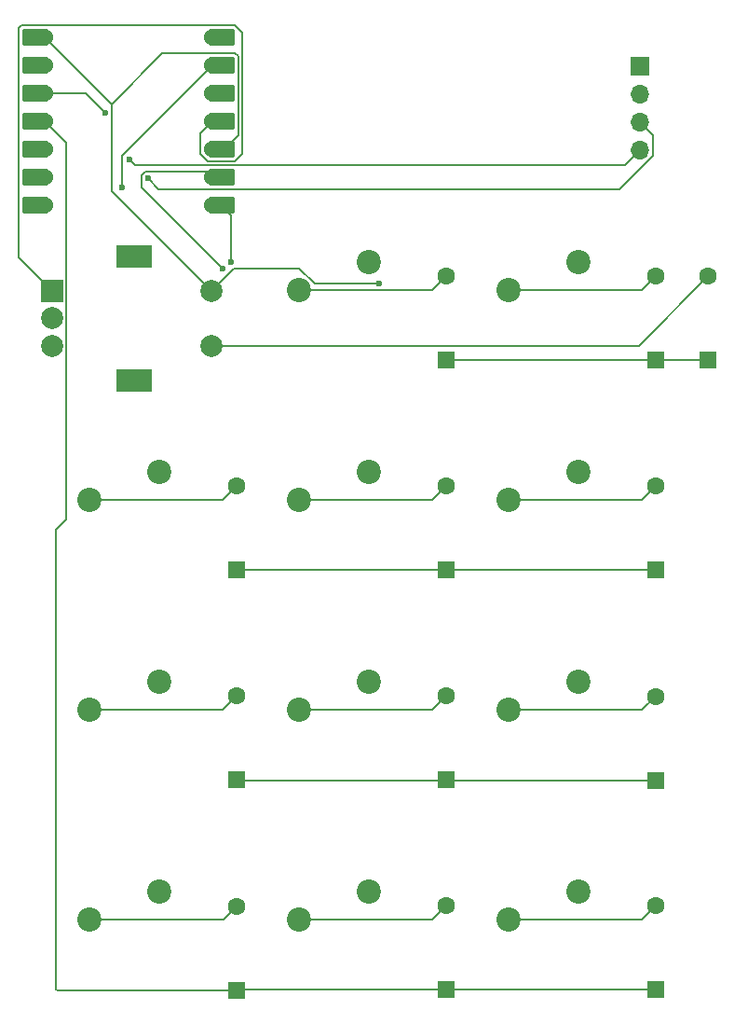
<source format=gbr>
%TF.GenerationSoftware,KiCad,Pcbnew,9.0.2*%
%TF.CreationDate,2025-06-30T11:38:54+08:00*%
%TF.ProjectId,flamepad,666c616d-6570-4616-942e-6b696361645f,rev?*%
%TF.SameCoordinates,Original*%
%TF.FileFunction,Copper,L1,Top*%
%TF.FilePolarity,Positive*%
%FSLAX46Y46*%
G04 Gerber Fmt 4.6, Leading zero omitted, Abs format (unit mm)*
G04 Created by KiCad (PCBNEW 9.0.2) date 2025-06-30 11:38:54*
%MOMM*%
%LPD*%
G01*
G04 APERTURE LIST*
G04 Aperture macros list*
%AMRoundRect*
0 Rectangle with rounded corners*
0 $1 Rounding radius*
0 $2 $3 $4 $5 $6 $7 $8 $9 X,Y pos of 4 corners*
0 Add a 4 corners polygon primitive as box body*
4,1,4,$2,$3,$4,$5,$6,$7,$8,$9,$2,$3,0*
0 Add four circle primitives for the rounded corners*
1,1,$1+$1,$2,$3*
1,1,$1+$1,$4,$5*
1,1,$1+$1,$6,$7*
1,1,$1+$1,$8,$9*
0 Add four rect primitives between the rounded corners*
20,1,$1+$1,$2,$3,$4,$5,0*
20,1,$1+$1,$4,$5,$6,$7,0*
20,1,$1+$1,$6,$7,$8,$9,0*
20,1,$1+$1,$8,$9,$2,$3,0*%
G04 Aperture macros list end*
%TA.AperFunction,ComponentPad*%
%ADD10R,2.000000X2.000000*%
%TD*%
%TA.AperFunction,ComponentPad*%
%ADD11C,2.000000*%
%TD*%
%TA.AperFunction,ComponentPad*%
%ADD12R,3.200000X2.000000*%
%TD*%
%TA.AperFunction,ComponentPad*%
%ADD13C,2.200000*%
%TD*%
%TA.AperFunction,ComponentPad*%
%ADD14R,1.700000X1.700000*%
%TD*%
%TA.AperFunction,ComponentPad*%
%ADD15O,1.700000X1.700000*%
%TD*%
%TA.AperFunction,SMDPad,CuDef*%
%ADD16RoundRect,0.152400X1.063600X0.609600X-1.063600X0.609600X-1.063600X-0.609600X1.063600X-0.609600X0*%
%TD*%
%TA.AperFunction,ComponentPad*%
%ADD17C,1.524000*%
%TD*%
%TA.AperFunction,SMDPad,CuDef*%
%ADD18RoundRect,0.152400X-1.063600X-0.609600X1.063600X-0.609600X1.063600X0.609600X-1.063600X0.609600X0*%
%TD*%
%TA.AperFunction,ComponentPad*%
%ADD19RoundRect,0.250000X0.550000X-0.550000X0.550000X0.550000X-0.550000X0.550000X-0.550000X-0.550000X0*%
%TD*%
%TA.AperFunction,ComponentPad*%
%ADD20C,1.600000*%
%TD*%
%TA.AperFunction,ViaPad*%
%ADD21C,0.600000*%
%TD*%
%TA.AperFunction,Conductor*%
%ADD22C,0.200000*%
%TD*%
G04 APERTURE END LIST*
D10*
%TO.P,SW1,A,A*%
%TO.N,SW1 A*%
X109050000Y-79000000D03*
D11*
%TO.P,SW1,B,B*%
%TO.N,SW1 B*%
X109050000Y-84000000D03*
%TO.P,SW1,C,C*%
%TO.N,GND*%
X109050000Y-81500000D03*
D12*
%TO.P,SW1,MP*%
%TO.N,N/C*%
X116550000Y-75900000D03*
X116550000Y-87100000D03*
D11*
%TO.P,SW1,S1,S1*%
%TO.N,Net-(D1-A)*%
X123550000Y-84000000D03*
%TO.P,SW1,S2,S2*%
%TO.N,Col 0*%
X123550000Y-79000000D03*
%TD*%
D13*
%TO.P,SW10,1,1*%
%TO.N,Col 0*%
X118840000Y-133570000D03*
%TO.P,SW10,2,2*%
%TO.N,Net-(D10-A)*%
X112490000Y-136110000D03*
%TD*%
%TO.P,SW12,1,1*%
%TO.N,Col 2*%
X156940000Y-133570000D03*
%TO.P,SW12,2,2*%
%TO.N,Net-(D12-A)*%
X150590000Y-136110000D03*
%TD*%
D14*
%TO.P,J1,1,Pin_1*%
%TO.N,GND*%
X162500000Y-58620000D03*
D15*
%TO.P,J1,2,Pin_2*%
%TO.N,+3.3V*%
X162500000Y-61160000D03*
%TO.P,J1,3,Pin_3*%
%TO.N,SCL*%
X162500000Y-63700000D03*
%TO.P,J1,4,Pin_4*%
%TO.N,SDA*%
X162500000Y-66240000D03*
%TD*%
D13*
%TO.P,SW5,1,1*%
%TO.N,Col 1*%
X137890000Y-95470000D03*
%TO.P,SW5,2,2*%
%TO.N,Net-(D5-A)*%
X131540000Y-98010000D03*
%TD*%
%TO.P,SW3,1,1*%
%TO.N,Col 2*%
X156940000Y-76420000D03*
%TO.P,SW3,2,2*%
%TO.N,Net-(D3-A)*%
X150590000Y-78960000D03*
%TD*%
%TO.P,SW7,1,1*%
%TO.N,Col 0*%
X118840000Y-114520000D03*
%TO.P,SW7,2,2*%
%TO.N,Net-(D7-A)*%
X112490000Y-117060000D03*
%TD*%
%TO.P,SW11,1,1*%
%TO.N,Col 1*%
X137890000Y-133570000D03*
%TO.P,SW11,2,2*%
%TO.N,Net-(D11-A)*%
X131540000Y-136110000D03*
%TD*%
%TO.P,SW2,1,1*%
%TO.N,Col 1*%
X137890000Y-76420000D03*
%TO.P,SW2,2,2*%
%TO.N,Net-(D2-A)*%
X131540000Y-78960000D03*
%TD*%
%TO.P,SW9,1,1*%
%TO.N,Col 2*%
X156940000Y-114520000D03*
%TO.P,SW9,2,2*%
%TO.N,Net-(D9-A)*%
X150590000Y-117060000D03*
%TD*%
%TO.P,SW4,1,1*%
%TO.N,Col 0*%
X118840000Y-95470000D03*
%TO.P,SW4,2,2*%
%TO.N,Net-(D4-A)*%
X112490000Y-98010000D03*
%TD*%
D16*
%TO.P,U1,1,GPIO26/ADC0/A0*%
%TO.N,Col 0*%
X107545000Y-55980000D03*
D17*
X108380000Y-55980000D03*
D16*
%TO.P,U1,2,GPIO27/ADC1/A1*%
%TO.N,Col 1*%
X107545000Y-58520000D03*
D17*
X108380000Y-58520000D03*
D16*
%TO.P,U1,3,GPIO28/ADC2/A2*%
%TO.N,Col 2*%
X107545000Y-61060000D03*
D17*
X108380000Y-61060000D03*
D16*
%TO.P,U1,4,GPIO29/ADC3/A3*%
%TO.N,Row 3*%
X107545000Y-63600000D03*
D17*
X108380000Y-63600000D03*
D16*
%TO.P,U1,5,GPIO6/SDA*%
%TO.N,SDA*%
X107545000Y-66140000D03*
D17*
X108380000Y-66140000D03*
D16*
%TO.P,U1,6,GPIO7/SCL*%
%TO.N,SCL*%
X107545000Y-68680000D03*
D17*
X108380000Y-68680000D03*
D16*
%TO.P,U1,7,GPIO0/TX*%
%TO.N,SW1 B*%
X107545000Y-71220000D03*
D17*
X108380000Y-71220000D03*
%TO.P,U1,8,GPIO1/RX*%
%TO.N,Row 2*%
X123620000Y-71220000D03*
D18*
X124455000Y-71220000D03*
D17*
%TO.P,U1,9,GPIO2/SCK*%
%TO.N,Row 1*%
X123620000Y-68680000D03*
D18*
X124455000Y-68680000D03*
D17*
%TO.P,U1,10,GPIO4/MISO*%
%TO.N,Col 0*%
X123620000Y-66140000D03*
D18*
X124455000Y-66140000D03*
D17*
%TO.P,U1,11,GPIO3/MOSI*%
%TO.N,SW1 A*%
X123620000Y-63600000D03*
D18*
X124455000Y-63600000D03*
D17*
%TO.P,U1,12,3V3*%
%TO.N,+3.3V*%
X123620000Y-61060000D03*
D18*
X124455000Y-61060000D03*
D17*
%TO.P,U1,13,GND*%
%TO.N,GND*%
X123620000Y-58520000D03*
D18*
X124455000Y-58520000D03*
D17*
%TO.P,U1,14,VBUS*%
%TO.N,+5V*%
X123620000Y-55980000D03*
D18*
X124455000Y-55980000D03*
%TD*%
D13*
%TO.P,SW6,1,1*%
%TO.N,Col 2*%
X156940000Y-95470000D03*
%TO.P,SW6,2,2*%
%TO.N,Net-(D6-A)*%
X150590000Y-98010000D03*
%TD*%
%TO.P,SW8,1,1*%
%TO.N,Col 1*%
X137890000Y-114520000D03*
%TO.P,SW8,2,2*%
%TO.N,Net-(D8-A)*%
X131540000Y-117060000D03*
%TD*%
D19*
%TO.P,D1,1,K*%
%TO.N,Col 0*%
X168687500Y-85310000D03*
D20*
%TO.P,D1,2,A*%
%TO.N,Net-(D1-A)*%
X168687500Y-77690000D03*
%TD*%
D19*
%TO.P,D6,1,K*%
%TO.N,Row 1*%
X163925000Y-104360000D03*
D20*
%TO.P,D6,2,A*%
%TO.N,Net-(D6-A)*%
X163925000Y-96740000D03*
%TD*%
D19*
%TO.P,D11,1,K*%
%TO.N,Row 3*%
X144875000Y-142460000D03*
D20*
%TO.P,D11,2,A*%
%TO.N,Net-(D11-A)*%
X144875000Y-134840000D03*
%TD*%
D19*
%TO.P,D4,1,K*%
%TO.N,Row 1*%
X125825000Y-104360000D03*
D20*
%TO.P,D4,2,A*%
%TO.N,Net-(D4-A)*%
X125825000Y-96740000D03*
%TD*%
D19*
%TO.P,D12,1,K*%
%TO.N,Row 3*%
X163925000Y-142460000D03*
D20*
%TO.P,D12,2,A*%
%TO.N,Net-(D12-A)*%
X163925000Y-134840000D03*
%TD*%
D19*
%TO.P,D5,1,K*%
%TO.N,Row 1*%
X144875000Y-104360000D03*
D20*
%TO.P,D5,2,A*%
%TO.N,Net-(D5-A)*%
X144875000Y-96740000D03*
%TD*%
D19*
%TO.P,D3,1,K*%
%TO.N,Col 0*%
X163925000Y-85310000D03*
D20*
%TO.P,D3,2,A*%
%TO.N,Net-(D3-A)*%
X163925000Y-77690000D03*
%TD*%
D19*
%TO.P,D2,1,K*%
%TO.N,Col 0*%
X144875000Y-85310000D03*
D20*
%TO.P,D2,2,A*%
%TO.N,Net-(D2-A)*%
X144875000Y-77690000D03*
%TD*%
D19*
%TO.P,D10,1,K*%
%TO.N,Row 3*%
X125825000Y-142547500D03*
D20*
%TO.P,D10,2,A*%
%TO.N,Net-(D10-A)*%
X125825000Y-134927500D03*
%TD*%
D19*
%TO.P,D9,1,K*%
%TO.N,Row 2*%
X163925000Y-123447500D03*
D20*
%TO.P,D9,2,A*%
%TO.N,Net-(D9-A)*%
X163925000Y-115827500D03*
%TD*%
D19*
%TO.P,D7,1,K*%
%TO.N,Row 2*%
X125825000Y-123410000D03*
D20*
%TO.P,D7,2,A*%
%TO.N,Net-(D7-A)*%
X125825000Y-115790000D03*
%TD*%
D19*
%TO.P,D8,1,K*%
%TO.N,Row 2*%
X144875000Y-123410000D03*
D20*
%TO.P,D8,2,A*%
%TO.N,Net-(D8-A)*%
X144875000Y-115790000D03*
%TD*%
D21*
%TO.N,GND*%
X115400000Y-69600000D03*
%TO.N,Row 1*%
X124600000Y-77000000D03*
%TO.N,Row 2*%
X125356317Y-76401713D03*
%TO.N,Col 0*%
X138800000Y-78360000D03*
%TO.N,SCL*%
X117800000Y-68800000D03*
%TO.N,SDA*%
X116100000Y-67100000D03*
%TO.N,Col 2*%
X113880000Y-62800000D03*
%TD*%
D22*
%TO.N,GND*%
X123620000Y-58520000D02*
X115400000Y-66740000D01*
X115400000Y-66740000D02*
X115400000Y-69600000D01*
%TO.N,Net-(D3-A)*%
X150590000Y-78960000D02*
X162655000Y-78960000D01*
X162655000Y-78960000D02*
X163925000Y-77690000D01*
X163925000Y-77690000D02*
X163557500Y-78057500D01*
%TO.N,Net-(D4-A)*%
X124555000Y-98010000D02*
X125825000Y-96740000D01*
X112490000Y-98010000D02*
X124555000Y-98010000D01*
%TO.N,Net-(D5-A)*%
X131540000Y-98010000D02*
X143605000Y-98010000D01*
X143605000Y-98010000D02*
X144875000Y-96740000D01*
%TO.N,Net-(D6-A)*%
X150590000Y-98010000D02*
X162655000Y-98010000D01*
X162655000Y-98010000D02*
X163925000Y-96740000D01*
%TO.N,Row 1*%
X123620000Y-68680000D02*
X123139000Y-68199000D01*
X123139000Y-68199000D02*
X117551057Y-68199000D01*
X117551057Y-68199000D02*
X117199000Y-68551057D01*
X163925000Y-104360000D02*
X125825000Y-104360000D01*
X117199000Y-69599000D02*
X124600000Y-77000000D01*
X117199000Y-68551057D02*
X117199000Y-69599000D01*
%TO.N,Net-(D7-A)*%
X112490000Y-117060000D02*
X124555000Y-117060000D01*
X124555000Y-117060000D02*
X125825000Y-115790000D01*
%TO.N,Net-(D8-A)*%
X143605000Y-117060000D02*
X144875000Y-115790000D01*
X131540000Y-117060000D02*
X143605000Y-117060000D01*
%TO.N,Net-(D9-A)*%
X162692500Y-117060000D02*
X163925000Y-115827500D01*
X150590000Y-117060000D02*
X162692500Y-117060000D01*
%TO.N,Row 2*%
X125356317Y-72121317D02*
X125356317Y-76401713D01*
X123620000Y-71220000D02*
X124455000Y-71220000D01*
X125862500Y-123447500D02*
X125825000Y-123410000D01*
X124455000Y-71220000D02*
X125356317Y-72121317D01*
X163925000Y-123447500D02*
X125862500Y-123447500D01*
%TO.N,Net-(D10-A)*%
X124642500Y-136110000D02*
X125825000Y-134927500D01*
X112490000Y-136110000D02*
X124642500Y-136110000D01*
%TO.N,Net-(D11-A)*%
X143605000Y-136110000D02*
X144875000Y-134840000D01*
X131540000Y-136110000D02*
X143605000Y-136110000D01*
%TO.N,Net-(D12-A)*%
X162655000Y-136110000D02*
X163925000Y-134840000D01*
X150590000Y-136110000D02*
X162655000Y-136110000D01*
%TO.N,Col 0*%
X163925000Y-85310000D02*
X144875000Y-85310000D01*
X168687500Y-85310000D02*
X163925000Y-85310000D01*
X114480000Y-62080000D02*
X114480000Y-69930000D01*
X123550000Y-79000000D02*
X125600000Y-76950000D01*
X108380000Y-55980000D02*
X114480000Y-62080000D01*
X123620000Y-66140000D02*
X124697630Y-66140000D01*
X125972000Y-57718374D02*
X125710626Y-57457000D01*
X125972000Y-64865630D02*
X125972000Y-57718374D01*
X125710626Y-57457000D02*
X119103000Y-57457000D01*
X124697630Y-66140000D02*
X125972000Y-64865630D01*
X114480000Y-69930000D02*
X123550000Y-79000000D01*
X131511314Y-76950000D02*
X125600000Y-76950000D01*
X119103000Y-57457000D02*
X114480000Y-62080000D01*
X138800000Y-78360000D02*
X132921314Y-78360000D01*
X132921314Y-78360000D02*
X131511314Y-76950000D01*
%TO.N,SCL*%
X163651000Y-64851000D02*
X162500000Y-63700000D01*
X160624760Y-69743000D02*
X163651000Y-66716760D01*
X163651000Y-66716760D02*
X163651000Y-64851000D01*
X117800000Y-68800000D02*
X118743000Y-69743000D01*
X118743000Y-69743000D02*
X160624760Y-69743000D01*
%TO.N,SDA*%
X116100000Y-67100000D02*
X116604000Y-67604000D01*
X161136000Y-67604000D02*
X162500000Y-66240000D01*
X116604000Y-67604000D02*
X161136000Y-67604000D01*
%TO.N,Col 2*%
X108380000Y-61060000D02*
X112140000Y-61060000D01*
X112140000Y-61060000D02*
X113880000Y-62800000D01*
%TO.N,SW1 A*%
X123620000Y-63600000D02*
X124233626Y-63600000D01*
X125710626Y-67203000D02*
X126373000Y-66540626D01*
X126373000Y-55579374D02*
X125710626Y-54917000D01*
X122557000Y-66580310D02*
X123179690Y-67203000D01*
X106289374Y-54917000D02*
X106028000Y-55178374D01*
X125710626Y-54917000D02*
X106289374Y-54917000D01*
X123620000Y-63600000D02*
X122557000Y-64663000D01*
X126373000Y-66540626D02*
X126373000Y-55579374D01*
X106028000Y-55178374D02*
X106028000Y-75978000D01*
X106028000Y-75978000D02*
X109050000Y-79000000D01*
X123179690Y-67203000D02*
X125710626Y-67203000D01*
X122557000Y-64663000D02*
X122557000Y-66580310D01*
%TO.N,Row 3*%
X125912500Y-142460000D02*
X125825000Y-142547500D01*
X163925000Y-142460000D02*
X125912500Y-142460000D01*
X109547500Y-142547500D02*
X109400000Y-142400000D01*
X110351000Y-99720530D02*
X109400000Y-100671530D01*
X125825000Y-142547500D02*
X109547500Y-142547500D01*
X109400000Y-100671530D02*
X109400000Y-142400000D01*
X108380000Y-63600000D02*
X110351000Y-65571000D01*
X110351000Y-65571000D02*
X110351000Y-99720530D01*
%TO.N,Net-(D1-A)*%
X168687500Y-77690000D02*
X162377500Y-84000000D01*
X162377500Y-84000000D02*
X123550000Y-84000000D01*
%TO.N,Net-(D2-A)*%
X143605000Y-78960000D02*
X144875000Y-77690000D01*
X131540000Y-78960000D02*
X143605000Y-78960000D01*
%TO.N,Col 1*%
X108380000Y-58520000D02*
X108380000Y-58800000D01*
X137480000Y-76420000D02*
X137400000Y-76500000D01*
X137890000Y-76420000D02*
X137480000Y-76420000D01*
%TD*%
M02*

</source>
